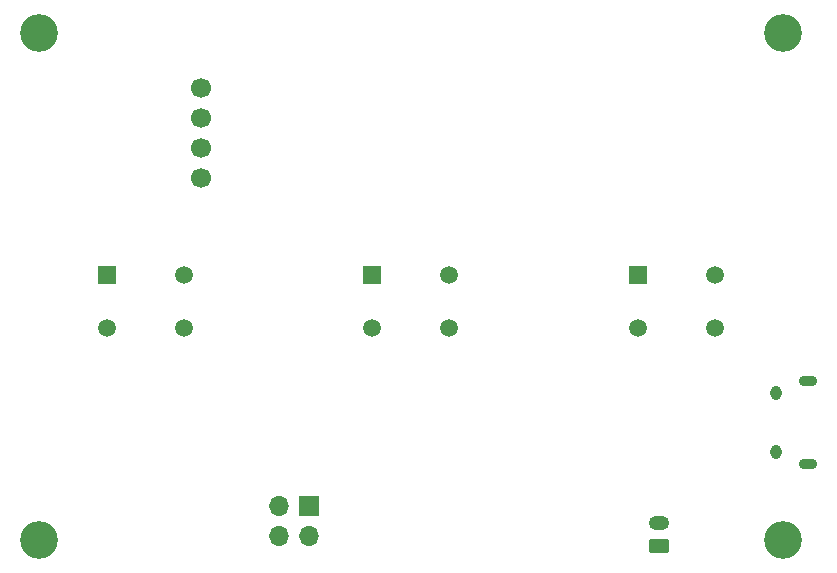
<source format=gbr>
%TF.GenerationSoftware,KiCad,Pcbnew,8.0.5*%
%TF.CreationDate,2024-11-06T09:26:01-07:00*%
%TF.ProjectId,STM32G041F8P6_dev,53544d33-3247-4303-9431-463850365f64,rev?*%
%TF.SameCoordinates,Original*%
%TF.FileFunction,Soldermask,Bot*%
%TF.FilePolarity,Negative*%
%FSLAX46Y46*%
G04 Gerber Fmt 4.6, Leading zero omitted, Abs format (unit mm)*
G04 Created by KiCad (PCBNEW 8.0.5) date 2024-11-06 09:26:01*
%MOMM*%
%LPD*%
G01*
G04 APERTURE LIST*
G04 Aperture macros list*
%AMRoundRect*
0 Rectangle with rounded corners*
0 $1 Rounding radius*
0 $2 $3 $4 $5 $6 $7 $8 $9 X,Y pos of 4 corners*
0 Add a 4 corners polygon primitive as box body*
4,1,4,$2,$3,$4,$5,$6,$7,$8,$9,$2,$3,0*
0 Add four circle primitives for the rounded corners*
1,1,$1+$1,$2,$3*
1,1,$1+$1,$4,$5*
1,1,$1+$1,$6,$7*
1,1,$1+$1,$8,$9*
0 Add four rect primitives between the rounded corners*
20,1,$1+$1,$2,$3,$4,$5,0*
20,1,$1+$1,$4,$5,$6,$7,0*
20,1,$1+$1,$6,$7,$8,$9,0*
20,1,$1+$1,$8,$9,$2,$3,0*%
G04 Aperture macros list end*
%ADD10C,1.700000*%
%ADD11O,1.550000X0.890000*%
%ADD12O,0.950000X1.250000*%
%ADD13R,1.498600X1.498600*%
%ADD14C,1.498600*%
%ADD15C,3.200000*%
%ADD16RoundRect,0.250000X0.625000X-0.350000X0.625000X0.350000X-0.625000X0.350000X-0.625000X-0.350000X0*%
%ADD17O,1.750000X1.200000*%
%ADD18R,1.700000X1.700000*%
%ADD19O,1.700000X1.700000*%
G04 APERTURE END LIST*
D10*
%TO.C,D4*%
X173270000Y-54190000D03*
X173270000Y-56730000D03*
X173270000Y-59270000D03*
X173270000Y-61810000D03*
%TD*%
D11*
%TO.C,J1*%
X224600000Y-86000000D03*
D12*
X221900000Y-85000000D03*
X221900000Y-80000000D03*
D11*
X224600000Y-79000000D03*
%TD*%
D13*
%TO.C,SW2*%
X165249999Y-70000000D03*
D14*
X171750000Y-70000000D03*
X165249999Y-74500001D03*
X171750000Y-74500001D03*
%TD*%
D15*
%TO.C,H2*%
X222500000Y-49500000D03*
%TD*%
%TO.C,H4*%
X222500000Y-92500000D03*
%TD*%
%TO.C,H3*%
X159500000Y-92500000D03*
%TD*%
%TO.C,H1*%
X159500000Y-49500000D03*
%TD*%
D13*
%TO.C,SW4*%
X210250001Y-70000000D03*
D14*
X216750002Y-70000000D03*
X210250001Y-74500001D03*
X216750002Y-74500001D03*
%TD*%
D13*
%TO.C,SW3*%
X187750000Y-70000000D03*
D14*
X194250001Y-70000000D03*
X187750000Y-74500001D03*
X194250001Y-74500001D03*
%TD*%
D16*
%TO.C,J2*%
X212000000Y-93000000D03*
D17*
X212000000Y-91000000D03*
%TD*%
D18*
%TO.C,J3*%
X182375000Y-89625000D03*
D19*
X179835000Y-89625000D03*
X182375000Y-92165000D03*
X179835000Y-92165000D03*
%TD*%
M02*

</source>
